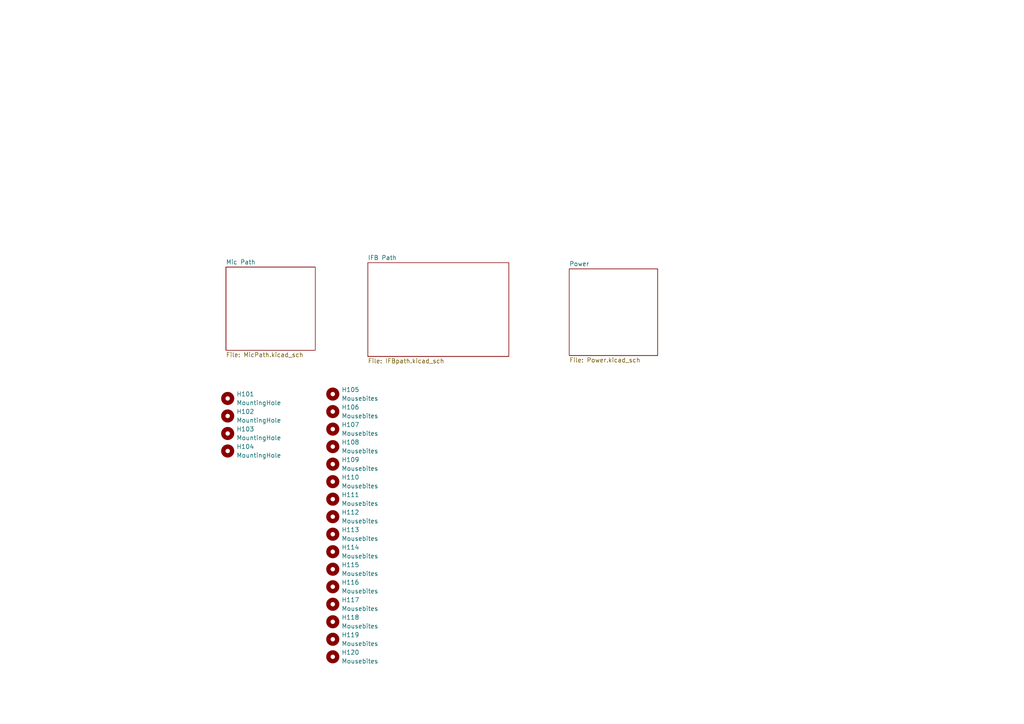
<source format=kicad_sch>
(kicad_sch (version 20250114) (generator "eeschema") (generator_version "9.0")
  (paper "A4")
  (lib_symbols
    (symbol "Mechanical:MountingHole" (pin_names (offset 1.016)) (in_bom no)
      (property "Reference" "H" (at 0 5.08 0))
      (property "Value" "MountingHole" (at 0 3.175 0))
      (symbol "MountingHole_0_1"
        (circle (center 0 0) (radius 1.27) (stroke (width 1.27)))
      )
    )
  )
  (symbol (lib_id "Mechanical:MountingHole") (at 96.52 124.46 0) (unit 1) (in_bom no)
    (property "Reference" "H107" (at 99.06 123.1899 0) (effects (justify left)))
    (property "Value" "Mousebites" (at 99.06 125.7299 0) (effects (justify left)))
    (property "Footprint" "STEVEannouncer:Mousebites" (effects (hide yes)))
    (property "Description" "Mounting Hole without connection" (effects (hide yes)))
  )
  (symbol (lib_id "Mechanical:MountingHole") (at 96.52 129.54 0) (unit 1) (in_bom no)
    (property "Reference" "H108" (at 99.06 128.2699 0) (effects (justify left)))
    (property "Value" "Mousebites" (at 99.06 130.8099 0) (effects (justify left)))
    (property "Footprint" "STEVEannouncer:Mousebites" (effects (hide yes)))
    (property "Description" "Mounting Hole without connection" (effects (hide yes)))
  )
  (symbol (lib_id "Mechanical:MountingHole") (at 96.52 119.38 0) (unit 1) (in_bom no)
    (property "Reference" "H106" (at 99.06 118.1099 0) (effects (justify left)))
    (property "Value" "Mousebites" (at 99.06 120.6499 0) (effects (justify left)))
    (property "Footprint" "STEVEannouncer:Mousebites" (effects (hide yes)))
    (property "Description" "Mounting Hole without connection" (effects (hide yes)))
  )
  (symbol (lib_id "Mechanical:MountingHole") (at 66.04 115.57 0) (unit 1) (in_bom no)
    (property "Reference" "H101" (at 68.58 114.2999 0) (effects (justify left)))
    (property "Value" "MountingHole" (at 68.58 116.8399 0) (effects (justify left)))
    (property "Footprint" "MountingHole:MountingHole_3.2mm_M3" (effects (hide yes)))
    (property "Description" "Mounting Hole without connection" (effects (hide yes)))
  )
  (symbol (lib_id "Mechanical:MountingHole") (at 96.52 139.7 0) (unit 1) (in_bom no)
    (property "Reference" "H110" (at 99.06 138.4299 0) (effects (justify left)))
    (property "Value" "Mousebites" (at 99.06 140.9699 0) (effects (justify left)))
    (property "Footprint" "STEVEannouncer:Mousebites" (effects (hide yes)))
    (property "Description" "Mounting Hole without connection" (effects (hide yes)))
  )
  (symbol (lib_id "Mechanical:MountingHole") (at 96.52 175.26 0) (unit 1) (in_bom no)
    (property "Reference" "H117" (at 99.06 173.9899 0) (effects (justify left)))
    (property "Value" "Mousebites" (at 99.06 176.5299 0) (effects (justify left)))
    (property "Footprint" "STEVEannouncer:Mousebites" (effects (hide yes)))
    (property "Description" "Mounting Hole without connection" (effects (hide yes)))
  )
  (symbol (lib_id "Mechanical:MountingHole") (at 96.52 144.78 0) (unit 1) (in_bom no)
    (property "Reference" "H111" (at 99.06 143.5099 0) (effects (justify left)))
    (property "Value" "Mousebites" (at 99.06 146.0499 0) (effects (justify left)))
    (property "Footprint" "STEVEannouncer:Mousebites" (effects (hide yes)))
    (property "Description" "Mounting Hole without connection" (effects (hide yes)))
  )
  (symbol (lib_id "Mechanical:MountingHole") (at 66.04 130.81 0) (unit 1) (in_bom no)
    (property "Reference" "H104" (at 68.58 129.5399 0) (effects (justify left)))
    (property "Value" "MountingHole" (at 68.58 132.0799 0) (effects (justify left)))
    (property "Footprint" "MountingHole:MountingHole_3.2mm_M3" (effects (hide yes)))
    (property "Description" "Mounting Hole without connection" (effects (hide yes)))
  )
  (symbol (lib_id "Mechanical:MountingHole") (at 96.52 134.62 0) (unit 1) (in_bom no)
    (property "Reference" "H109" (at 99.06 133.3499 0) (effects (justify left)))
    (property "Value" "Mousebites" (at 99.06 135.8899 0) (effects (justify left)))
    (property "Footprint" "STEVEannouncer:Mousebites" (effects (hide yes)))
    (property "Description" "Mounting Hole without connection" (effects (hide yes)))
  )
  (symbol (lib_id "Mechanical:MountingHole") (at 96.52 180.34 0) (unit 1) (in_bom no)
    (property "Reference" "H118" (at 99.06 179.0699 0) (effects (justify left)))
    (property "Value" "Mousebites" (at 99.06 181.6099 0) (effects (justify left)))
    (property "Footprint" "STEVEannouncer:Mousebites" (effects (hide yes)))
    (property "Description" "Mounting Hole without connection" (effects (hide yes)))
  )
  (symbol (lib_id "Mechanical:MountingHole") (at 96.52 185.42 0) (unit 1) (in_bom no)
    (property "Reference" "H119" (at 99.06 184.1499 0) (effects (justify left)))
    (property "Value" "Mousebites" (at 99.06 186.6899 0) (effects (justify left)))
    (property "Footprint" "STEVEannouncer:Mousebites" (effects (hide yes)))
    (property "Description" "Mounting Hole without connection" (effects (hide yes)))
  )
  (symbol (lib_id "Mechanical:MountingHole") (at 96.52 114.3 0) (unit 1) (in_bom no)
    (property "Reference" "H105" (at 99.06 113.0299 0) (effects (justify left)))
    (property "Value" "Mousebites" (at 99.06 115.5699 0) (effects (justify left)))
    (property "Footprint" "STEVEannouncer:Mousebites" (effects (hide yes)))
    (property "Description" "Mounting Hole without connection" (effects (hide yes)))
  )
  (symbol (lib_id "Mechanical:MountingHole") (at 96.52 154.94 0) (unit 1) (in_bom no)
    (property "Reference" "H113" (at 99.06 153.6699 0) (effects (justify left)))
    (property "Value" "Mousebites" (at 99.06 156.2099 0) (effects (justify left)))
    (property "Footprint" "STEVEannouncer:Mousebites" (effects (hide yes)))
    (property "Description" "Mounting Hole without connection" (effects (hide yes)))
  )
  (symbol (lib_id "Mechanical:MountingHole") (at 96.52 149.86 0) (unit 1) (in_bom no)
    (property "Reference" "H112" (at 99.06 148.5899 0) (effects (justify left)))
    (property "Value" "Mousebites" (at 99.06 151.1299 0) (effects (justify left)))
    (property "Footprint" "STEVEannouncer:Mousebites" (effects (hide yes)))
    (property "Description" "Mounting Hole without connection" (effects (hide yes)))
  )
  (symbol (lib_id "Mechanical:MountingHole") (at 96.52 165.1 0) (unit 1) (in_bom no)
    (property "Reference" "H115" (at 99.06 163.8299 0) (effects (justify left)))
    (property "Value" "Mousebites" (at 99.06 166.3699 0) (effects (justify left)))
    (property "Footprint" "STEVEannouncer:Mousebites" (effects (hide yes)))
    (property "Description" "Mounting Hole without connection" (effects (hide yes)))
  )
  (symbol (lib_id "Mechanical:MountingHole") (at 96.52 170.18 0) (unit 1) (in_bom no)
    (property "Reference" "H116" (at 99.06 168.9099 0) (effects (justify left)))
    (property "Value" "Mousebites" (at 99.06 171.4499 0) (effects (justify left)))
    (property "Footprint" "STEVEannouncer:Mousebites" (effects (hide yes)))
    (property "Description" "Mounting Hole without connection" (effects (hide yes)))
  )
  (symbol (lib_id "Mechanical:MountingHole") (at 66.04 120.65 0) (unit 1) (in_bom no)
    (property "Reference" "H102" (at 68.58 119.3799 0) (effects (justify left)))
    (property "Value" "MountingHole" (at 68.58 121.9199 0) (effects (justify left)))
    (property "Footprint" "MountingHole:MountingHole_3.2mm_M3" (effects (hide yes)))
    (property "Description" "Mounting Hole without connection" (effects (hide yes)))
  )
  (symbol (lib_id "Mechanical:MountingHole") (at 96.52 160.02 0) (unit 1) (in_bom no)
    (property "Reference" "H114" (at 99.06 158.7499 0) (effects (justify left)))
    (property "Value" "Mousebites" (at 99.06 161.2899 0) (effects (justify left)))
    (property "Footprint" "STEVEannouncer:Mousebites" (effects (hide yes)))
    (property "Description" "Mounting Hole without connection" (effects (hide yes)))
  )
  (symbol (lib_id "Mechanical:MountingHole") (at 96.52 190.5 0) (unit 1) (in_bom no)
    (property "Reference" "H120" (at 99.06 189.2299 0) (effects (justify left)))
    (property "Value" "Mousebites" (at 99.06 191.7699 0) (effects (justify left)))
    (property "Footprint" "STEVEannouncer:Mousebites" (effects (hide yes)))
    (property "Description" "Mounting Hole without connection" (effects (hide yes)))
  )
  (symbol (lib_id "Mechanical:MountingHole") (at 66.04 125.73 0) (unit 1) (in_bom no)
    (property "Reference" "H103" (at 68.58 124.4599 0) (effects (justify left)))
    (property "Value" "MountingHole" (at 68.58 126.9999 0) (effects (justify left)))
    (property "Footprint" "MountingHole:MountingHole_3.2mm_M3" (effects (hide yes)))
    (property "Description" "Mounting Hole without connection" (effects (hide yes)))
  )
  (sheet (at 106.68 76.2) (size 40.894 27.178) (stroke (width 0.1524))
    (property "Sheetname" "IFB Path" (at 106.68 75.4884 0) (effects (justify left bottom)))
    (property "Sheetfile" "IFBpath.kicad_sch" (at 106.68 103.9626 0) (effects (justify left top)))
  )
  (sheet (at 65.532 77.47) (size 25.908 24.13) (stroke (width 0.1524))
    (property "Sheetname" "Mic Path" (at 65.532 76.7584 0) (effects (justify left bottom)))
    (property "Sheetfile" "MicPath.kicad_sch" (at 65.532 102.1846 0) (effects (justify left top)))
  )
  (sheet (at 165.1 77.978) (size 25.654 25.146) (stroke (width 0.1524))
    (property "Sheetname" "Power" (at 165.1 77.2664 0) (effects (justify left bottom)))
    (property "Sheetfile" "Power.kicad_sch" (at 165.1 103.7086 0) (effects (justify left top)))
  )
)
</source>
